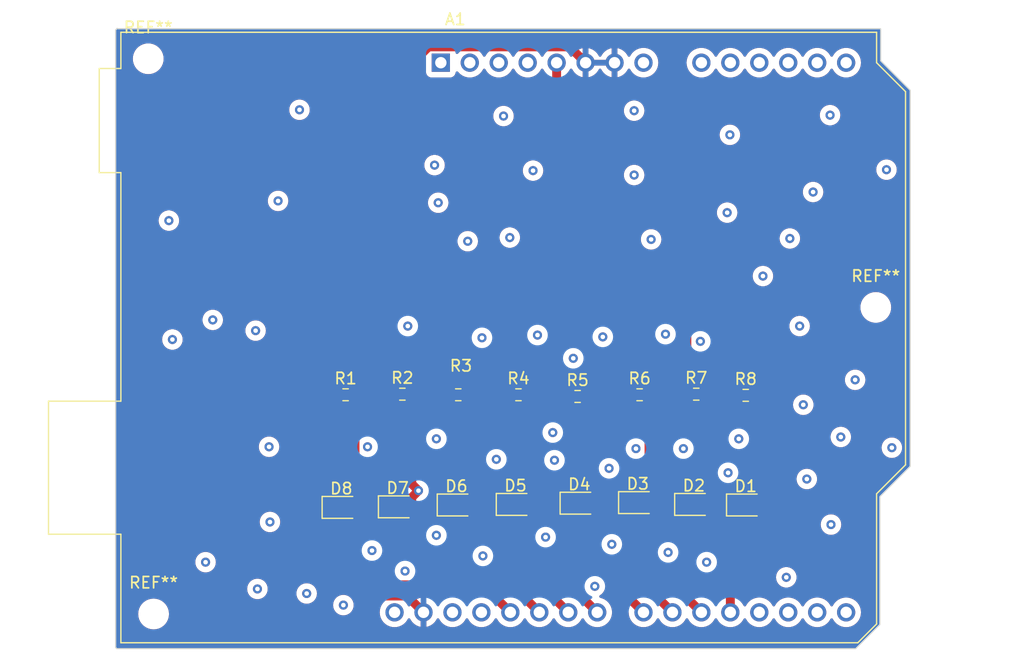
<source format=kicad_pcb>
(kicad_pcb (version 20221018) (generator pcbnew)
  (layers (0 "F.Cu" signal) (31 "B.Cu" signal) (34 "B.Paste" user) (35 "F.Paste" user) (36 "B.SilkS" user "B.Silkscreen") (37 "F.SilkS" user "F.Silkscreen") (38 "B.Mask" user) (39 "F.Mask" user) (44 "Edge.Cuts" user))
  (net 0 "")
  (net 5 "Net-(A1-+5V)")
  (net 6 "GND")
  (net 18 "Net-(A1-D4)")
  (net 19 "Net-(A1-D5)")
  (net 20 "Net-(A1-D6)")
  (net 21 "Net-(A1-D7)")
  (net 22 "Net-(A1-D8)")
  (net 23 "Net-(A1-D9)")
  (net 24 "Net-(A1-D10)")
  (net 25 "Net-(A1-D11)")
  (net 29 "Net-(D1-A)")
  (net 30 "Net-(D2-A)")
  (net 31 "Net-(D3-A)")
  (net 32 "Net-(D4-A)")
  (net 33 "Net-(D5-A)")
  (net 34 "Net-(D6-A)")
  (net 35 "Net-(D7-A)")
  (net 36 "Net-(D8-A)")
  (footprint "MountingHole:MountingHole_2.2mm_M2_ISO7380" (layer "F.Cu") (at 122.12 100.99)
    (fp_text reference "REF**" (at 0 -2.75) (layer "F.SilkS"))
    (fp_text value "MountingHole_2.2mm_M2_ISO7380")
    (pad "" np_thru_hole circle (at 0 0) (size 2.2 2.2) (drill 2.2) (layers "*.Cu" "*.Mask"))
  )
  (footprint "LED_SMD:LED_0805_2012Metric" (layer "F.Cu") (at 138.59 91.63)
    (fp_text reference "D8" (at 0 -1.65) (layer "F.SilkS"))
    (fp_text value "LED")
    (fp_line (start -1.685 -0.96) (end -1.685 0.96) (stroke (width 0.12)) (layer "F.SilkS"))
    (fp_line (start -1.685 0.96) (end 1 0.96) (stroke (width 0.12)) (layer "F.SilkS"))
    (fp_line (start 1 -0.96) (end -1.685 -0.96) (stroke (width 0.12)) (layer "F.SilkS"))
    (pad "1" smd roundrect (at -0.9375 0) (size 0.975 1.4) (layers "F.Cu" "F.Paste" "F.Mask") (net 25 "Net-(A1-D11)"))
    (pad "2" smd roundrect (at 0.9375 0) (size 0.975 1.4) (layers "F.Cu" "F.Paste" "F.Mask") (net 36 "Net-(D8-A)"))
  )
  (footprint "LED_SMD:LED_0805_2012Metric" (layer "F.Cu") (at 143.53 91.58)
    (fp_text reference "D7" (at 0 -1.65) (layer "F.SilkS"))
    (fp_text value "LED")
    (fp_line (start -1.685 -0.96) (end -1.685 0.96) (stroke (width 0.12)) (layer "F.SilkS"))
    (fp_line (start -1.685 0.96) (end 1 0.96) (stroke (width 0.12)) (layer "F.SilkS"))
    (fp_line (start 1 -0.96) (end -1.685 -0.96) (stroke (width 0.12)) (layer "F.SilkS"))
    (pad "1" smd roundrect (at -0.9375 0) (size 0.975 1.4) (layers "F.Cu" "F.Paste" "F.Mask") (net 24 "Net-(A1-D10)"))
    (pad "2" smd roundrect (at 0.9375 0) (size 0.975 1.4) (layers "F.Cu" "F.Paste" "F.Mask") (net 35 "Net-(D7-A)"))
  )
  (footprint "Resistor_SMD:R_0603_1608Metric" (layer "F.Cu") (at 164.76 81.74)
    (fp_text reference "R6" (at 0 -1.43) (layer "F.SilkS"))
    (fp_text value "R_Small_US")
    (fp_line (start -0.237258 -0.5225) (end 0.237258 -0.5225) (stroke (width 0.12)) (layer "F.SilkS"))
    (fp_line (start -0.237258 0.5225) (end 0.237258 0.5225) (stroke (width 0.12)) (layer "F.SilkS"))
    (pad "1" smd roundrect (at -0.825 0) (size 0.8 0.95) (layers "F.Cu" "F.Paste" "F.Mask") (net 5 "Net-(A1-+5V)"))
    (pad "2" smd roundrect (at 0.825 0) (size 0.8 0.95) (layers "F.Cu" "F.Paste" "F.Mask") (net 31 "Net-(D3-A)"))
  )
  (footprint "Resistor_SMD:R_0603_1608Metric" (layer "F.Cu") (at 169.73 81.69)
    (fp_text reference "R7" (at 0 -1.43) (layer "F.SilkS"))
    (fp_text value "R_Small_US")
    (fp_line (start -0.237258 -0.5225) (end 0.237258 -0.5225) (stroke (width 0.12)) (layer "F.SilkS"))
    (fp_line (start -0.237258 0.5225) (end 0.237258 0.5225) (stroke (width 0.12)) (layer "F.SilkS"))
    (pad "1" smd roundrect (at -0.825 0) (size 0.8 0.95) (layers "F.Cu" "F.Paste" "F.Mask") (net 5 "Net-(A1-+5V)"))
    (pad "2" smd roundrect (at 0.825 0) (size 0.8 0.95) (layers "F.Cu" "F.Paste" "F.Mask") (net 30 "Net-(D2-A)"))
  )
  (footprint "MountingHole:MountingHole_2.2mm_M2_ISO7380" (layer "F.Cu") (at 121.65 52.24)
    (fp_text reference "REF**" (at 0 -2.75) (layer "F.SilkS"))
    (fp_text value "MountingHole_2.2mm_M2_ISO7380")
    (pad "" np_thru_hole circle (at 0 0) (size 2.2 2.2) (drill 2.2) (layers "*.Cu" "*.Mask"))
  )
  (footprint "LED_SMD:LED_0805_2012Metric" (layer "F.Cu") (at 153.87 91.37)
    (fp_text reference "D5" (at 0 -1.65) (layer "F.SilkS"))
    (fp_text value "LED")
    (fp_line (start -1.685 -0.96) (end -1.685 0.96) (stroke (width 0.12)) (layer "F.SilkS"))
    (fp_line (start -1.685 0.96) (end 1 0.96) (stroke (width 0.12)) (layer "F.SilkS"))
    (fp_line (start 1 -0.96) (end -1.685 -0.96) (stroke (width 0.12)) (layer "F.SilkS"))
    (pad "1" smd roundrect (at -0.9375 0) (size 0.975 1.4) (layers "F.Cu" "F.Paste" "F.Mask") (net 22 "Net-(A1-D8)"))
    (pad "2" smd roundrect (at 0.9375 0) (size 0.975 1.4) (layers "F.Cu" "F.Paste" "F.Mask") (net 33 "Net-(D5-A)"))
  )
  (footprint "Resistor_SMD:R_0603_1608Metric" (layer "F.Cu") (at 154.13 81.74)
    (fp_text reference "R4" (at 0 -1.43) (layer "F.SilkS"))
    (fp_text value "R_Small_US")
    (fp_line (start -0.237258 -0.5225) (end 0.237258 -0.5225) (stroke (width 0.12)) (layer "F.SilkS"))
    (fp_line (start -0.237258 0.5225) (end 0.237258 0.5225) (stroke (width 0.12)) (layer "F.SilkS"))
    (pad "1" smd roundrect (at -0.825 0) (size 0.8 0.95) (layers "F.Cu" "F.Paste" "F.Mask") (net 5 "Net-(A1-+5V)"))
    (pad "2" smd roundrect (at 0.825 0) (size 0.8 0.95) (layers "F.Cu" "F.Paste" "F.Mask") (net 33 "Net-(D5-A)"))
  )
  (footprint "MountingHole:MountingHole_2.2mm_M2_ISO7380" (layer "F.Cu") (at 185.48 74.07)
    (fp_text reference "REF**" (at 0 -2.75) (layer "F.SilkS"))
    (fp_text value "MountingHole_2.2mm_M2_ISO7380")
    (pad "" np_thru_hole circle (at 0 0) (size 2.2 2.2) (drill 2.2) (layers "*.Cu" "*.Mask"))
  )
  (footprint "Resistor_SMD:R_0603_1608Metric" (layer "F.Cu") (at 159.32 81.89)
    (fp_text reference "R5" (at 0 -1.43) (layer "F.SilkS"))
    (fp_text value "R_Small_US")
    (fp_line (start -0.237258 -0.5225) (end 0.237258 -0.5225) (stroke (width 0.12)) (layer "F.SilkS"))
    (fp_line (start -0.237258 0.5225) (end 0.237258 0.5225) (stroke (width 0.12)) (layer "F.SilkS"))
    (pad "1" smd roundrect (at -0.825 0) (size 0.8 0.95) (layers "F.Cu" "F.Paste" "F.Mask") (net 5 "Net-(A1-+5V)"))
    (pad "2" smd roundrect (at 0.825 0) (size 0.8 0.95) (layers "F.Cu" "F.Paste" "F.Mask") (net 32 "Net-(D4-A)"))
  )
  (footprint "Resistor_SMD:R_0603_1608Metric" (layer "F.Cu") (at 143.945 81.69)
    (fp_text reference "R2" (at 0 -1.43) (layer "F.SilkS"))
    (fp_text value "R_Small_US")
    (fp_line (start -0.237258 -0.5225) (end 0.237258 -0.5225) (stroke (width 0.12)) (layer "F.SilkS"))
    (fp_line (start -0.237258 0.5225) (end 0.237258 0.5225) (stroke (width 0.12)) (layer "F.SilkS"))
    (pad "1" smd roundrect (at -0.825 0) (size 0.8 0.95) (layers "F.Cu" "F.Paste" "F.Mask") (net 5 "Net-(A1-+5V)"))
    (pad "2" smd roundrect (at 0.825 0) (size 0.8 0.95) (layers "F.Cu" "F.Paste" "F.Mask") (net 35 "Net-(D7-A)"))
  )
  (footprint "Resistor_SMD:R_0603_1608Metric" (layer "F.Cu") (at 148.85 81.74)
    (fp_text reference "R3" (at 0.237258 -2.54) (layer "F.SilkS"))
    (fp_text value "R_Small_US")
    (fp_line (start -0.237258 -0.5225) (end 0.237258 -0.5225) (stroke (width 0.12)) (layer "F.SilkS"))
    (fp_line (start -0.237258 0.5225) (end 0.237258 0.5225) (stroke (width 0.12)) (layer "F.SilkS"))
    (pad "1" smd roundrect (at -0.825 0) (size 0.8 0.95) (layers "F.Cu" "F.Paste" "F.Mask") (net 5 "Net-(A1-+5V)"))
    (pad "2" smd roundrect (at 0.825 0) (size 0.8 0.95) (layers "F.Cu" "F.Paste" "F.Mask") (net 34 "Net-(D6-A)"))
  )
  (footprint "LED_SMD:LED_0805_2012Metric" (layer "F.Cu") (at 169.52 91.37)
    (fp_text reference "D2" (at 0 -1.65) (layer "F.SilkS"))
    (fp_text value "LED")
    (fp_line (start -1.685 -0.96) (end -1.685 0.96) (stroke (width 0.12)) (layer "F.SilkS"))
    (fp_line (start -1.685 0.96) (end 1 0.96) (stroke (width 0.12)) (layer "F.SilkS"))
    (fp_line (start 1 -0.96) (end -1.685 -0.96) (stroke (width 0.12)) (layer "F.SilkS"))
    (pad "1" smd roundrect (at -0.9375 0) (size 0.975 1.4) (layers "F.Cu" "F.Paste" "F.Mask") (net 19 "Net-(A1-D5)"))
    (pad "2" smd roundrect (at 0.9375 0) (size 0.975 1.4) (layers "F.Cu" "F.Paste" "F.Mask") (net 30 "Net-(D2-A)"))
  )
  (footprint "Resistor_SMD:R_0603_1608Metric" (layer "F.Cu") (at 138.965 81.74)
    (fp_text reference "R1" (at 0 -1.43) (layer "F.SilkS"))
    (fp_text value "R_Small_US")
    (fp_line (start -0.237258 -0.5225) (end 0.237258 -0.5225) (stroke (width 0.12)) (layer "F.SilkS"))
    (fp_line (start -0.237258 0.5225) (end 0.237258 0.5225) (stroke (width 0.12)) (layer "F.SilkS"))
    (pad "1" smd roundrect (at -0.825 0) (size 0.8 0.95) (layers "F.Cu" "F.Paste" "F.Mask") (net 5 "Net-(A1-+5V)"))
    (pad "2" smd roundrect (at 0.825 0) (size 0.8 0.95) (layers "F.Cu" "F.Paste" "F.Mask") (net 36 "Net-(D8-A)"))
  )
  (footprint "Resistor_SMD:R_0603_1608Metric" (layer "F.Cu") (at 174.07 81.79)
    (fp_text reference "R8" (at 0 -1.43) (layer "F.SilkS"))
    (fp_text value "R_Small_US")
    (fp_line (start -0.237258 -0.5225) (end 0.237258 -0.5225) (stroke (width 0.12)) (layer "F.SilkS"))
    (fp_line (start -0.237258 0.5225) (end 0.237258 0.5225) (stroke (width 0.12)) (layer "F.SilkS"))
    (pad "1" smd roundrect (at -0.825 0) (size 0.8 0.95) (layers "F.Cu" "F.Paste" "F.Mask") (net 5 "Net-(A1-+5V)"))
    (pad "2" smd roundrect (at 0.825 0) (size 0.8 0.95) (layers "F.Cu" "F.Paste" "F.Mask") (net 29 "Net-(D1-A)"))
  )
  (footprint "Module:Arduino_UNO_R2" (layer "F.Cu") (at 147.32 52.585)
    (fp_text reference "A1" (at 1.27 -3.81 180) (layer "F.SilkS"))
    (fp_text value "Arduino_UNO_R2")
    (fp_line (start -34.42 29.72) (end -34.42 41.4) (stroke (width 0.12)) (layer "F.SilkS"))
    (fp_line (start -34.42 41.4) (end -28.07 41.4) (stroke (width 0.12)) (layer "F.SilkS"))
    (fp_line (start -29.97 0.51) (end -29.97 9.65) (stroke (width 0.12)) (layer "F.SilkS"))
    (fp_line (start -29.97 9.65) (end -28.07 9.65) (stroke (width 0.12)) (layer "F.SilkS"))
    (fp_line (start -28.07 -2.67) (end -28.07 0.51) (stroke (width 0.12)) (layer "F.SilkS"))
    (fp_line (start -28.07 0.51) (end -29.97 0.51) (stroke (width 0.12)) (layer "F.SilkS"))
    (fp_line (start -28.07 9.65) (end -28.07 29.72) (stroke (width 0.12)) (layer "F.SilkS"))
    (fp_line (start -28.07 29.72) (end -34.42 29.72) (stroke (width 0.12)) (layer "F.SilkS"))
    (fp_line (start -28.07 41.4) (end -28.07 50.93) (stroke (width 0.12)) (layer "F.SilkS"))
    (fp_line (start -28.07 50.93) (end 36.58 50.93) (stroke (width 0.12)) (layer "F.SilkS"))
    (fp_line (start 36.58 50.93) (end 38.23 49.28) (stroke (width 0.12)) (layer "F.SilkS"))
    (fp_line (start 38.23 -2.67) (end -28.07 -2.67) (stroke (width 0.12)) (layer "F.SilkS"))
    (fp_line (start 38.23 0) (end 38.23 -2.67) (stroke (width 0.12)) (layer "F.SilkS"))
    (fp_line (start 38.23 37.85) (end 40.77 35.31) (stroke (width 0.12)) (layer "F.SilkS"))
    (fp_line (start 38.23 49.28) (end 38.23 37.85) (stroke (width 0.12)) (layer "F.SilkS"))
    (fp_line (start 40.77 2.54) (end 38.23 0) (stroke (width 0.12)) (layer "F.SilkS"))
    (fp_line (start 40.77 35.31) (end 40.77 2.54) (stroke (width 0.12)) (layer "F.SilkS"))
    (pad "1" thru_hole rect (at 0 0 90) (size 1.6 1.6) (drill 1) (layers "*.Cu" "*.Mask"))
    (pad "2" thru_hole oval (at 2.54 0 90) (size 1.6 1.6) (drill 1) (layers "*.Cu" "*.Mask"))
    (pad "3" thru_hole oval (at 5.08 0 90) (size 1.6 1.6) (drill 1) (layers "*.Cu" "*.Mask"))
    (pad "4" thru_hole oval (at 7.62 0 90) (size 1.6 1.6) (drill 1) (layers "*.Cu" "*.Mask"))
    (pad "5" thru_hole oval (at 10.16 0 90) (size 1.6 1.6) (drill 1) (layers "*.Cu" "*.Mask") (net 5 "Net-(A1-+5V)"))
    (pad "6" thru_hole oval (at 12.7 0 90) (size 1.6 1.6) (drill 1) (layers "*.Cu" "*.Mask") (net 6 "GND"))
    (pad "7" thru_hole oval (at 15.24 0 90) (size 1.6 1.6) (drill 1) (layers "*.Cu" "*.Mask") (net 6 "GND"))
    (pad "8" thru_hole oval (at 17.78 0 90) (size 1.6 1.6) (drill 1) (layers "*.Cu" "*.Mask"))
    (pad "9" thru_hole oval (at 22.86 0 90) (size 1.6 1.6) (drill 1) (layers "*.Cu" "*.Mask"))
    (pad "10" thru_hole oval (at 25.4 0 90) (size 1.6 1.6) (drill 1) (layers "*.Cu" "*.Mask"))
    (pad "11" thru_hole oval (at 27.94 0 90) (size 1.6 1.6) (drill 1) (layers "*.Cu" "*.Mask"))
    (pad "12" thru_hole oval (at 30.48 0 90) (size 1.6 1.6) (drill 1) (layers "*.Cu" "*.Mask"))
    (pad "13" thru_hole oval (at 33.02 0 90) (size 1.6 1.6) (drill 1) (layers "*.Cu" "*.Mask"))
    (pad "14" thru_hole oval (at 35.56 0 90) (size 1.6 1.6) (drill 1) (layers "*.Cu" "*.Mask"))
    (pad "15" thru_hole oval (at 35.56 48.26 90) (size 1.6 1.6) (drill 1) (layers "*.Cu" "*.Mask"))
    (pad "16" thru_hole oval (at 33.02 48.26 90) (size 1.6 1.6) (drill 1) (layers "*.Cu" "*.Mask"))
    (pad "17" thru_hole oval (at 30.48 48.26 90) (size 1.6 1.6) (drill 1) (layers "*.Cu" "*.Mask"))
    (pad "18" thru_hole oval (at 27.94 48.26 90) (size 1.6 1.6) (drill 1) (layers "*.Cu" "*.Mask"))
    (pad "19" thru_hole oval (at 25.4 48.26 90) (size 1.6 1.6) (drill 1) (layers "*.Cu" "*.Mask") (net 18 "Net-(A1-D4)"))
    (pad "20" thru_hole oval (at 22.86 48.26 90) (size 1.6 1.6) (drill 1) (layers "*.Cu" "*.Mask") (net 19 "Net-(A1-D5)"))
    (pad "21" thru_hole oval (at 20.32 48.26 90) (size 1.6 1.6) (drill 1) (layers "*.Cu" "*.Mask") (net 20 "Net-(A1-D6)"))
    (pad "22" thru_hole oval (at 17.78 48.26 90) (size 1.6 1.6) (drill 1) (layers "*.Cu" "*.Mask") (net 21 "Net-(A1-D7)"))
    (pad "23" thru_hole oval (at 13.72 48.26 90) (size 1.6 1.6) (drill 1) (layers "*.Cu" "*.Mask") (net 22 "Net-(A1-D8)"))
    (pad "24" thru_hole oval (at 11.18 48.26 90) (size 1.6 1.6) (drill 1) (layers "*.Cu" "*.Mask") (net 23 "Net-(A1-D9)"))
    (pad "25" thru_hole oval (at 8.64 48.26 90) (size 1.6 1.6) (drill 1) (layers "*.Cu" "*.Mask") (net 24 "Net-(A1-D10)"))
    (pad "26" thru_hole oval (at 6.1 48.26 90) (size 1.6 1.6) (drill 1) (layers "*.Cu" "*.Mask") (net 25 "Net-(A1-D11)"))
    (pad "27" thru_hole oval (at 3.56 48.26 90) (size 1.6 1.6) (drill 1) (layers "*.Cu" "*.Mask"))
    (pad "28" thru_hole oval (at 1.02 48.26 90) (size 1.6 1.6) (drill 1) (layers "*.Cu" "*.Mask"))
    (pad "29" thru_hole oval (at -1.52 48.26 90) (size 1.6 1.6) (drill 1) (layers "*.Cu" "*.Mask") (net 6 "GND"))
    (pad "30" thru_hole oval (at -4.06 48.26 90) (size 1.6 1.6) (drill 1) (layers "*.Cu" "*.Mask"))
  )
  (footprint "LED_SMD:LED_0805_2012Metric" (layer "F.Cu") (at 148.69 91.42)
    (fp_text reference "D6" (at 0 -1.65) (layer "F.SilkS"))
    (fp_text value "LED")
    (fp_line (start -1.685 -0.96) (end -1.685 0.96) (stroke (width 0.12)) (layer "F.SilkS"))
    (fp_line (start -1.685 0.96) (end 1 0.96) (stroke (width 0.12)) (layer "F.SilkS"))
    (fp_line (start 1 -0.96) (end -1.685 -0.96) (stroke (width 0.12)) (layer "F.SilkS"))
    (pad "1" smd roundrect (at -0.9375 0) (size 0.975 1.4) (layers "F.Cu" "F.Paste" "F.Mask") (net 23 "Net-(A1-D9)"))
    (pad "2" smd roundrect (at 0.9375 0) (size 0.975 1.4) (layers "F.Cu" "F.Paste" "F.Mask") (net 34 "Net-(D6-A)"))
  )
  (footprint "LED_SMD:LED_0805_2012Metric" (layer "F.Cu") (at 164.6 91.21)
    (fp_text reference "D3" (at 0 -1.65) (layer "F.SilkS"))
    (fp_text value "LED")
    (fp_line (start -1.685 -0.96) (end -1.685 0.96) (stroke (width 0.12)) (layer "F.SilkS"))
    (fp_line (start -1.685 0.96) (end 1 0.96) (stroke (width 0.12)) (layer "F.SilkS"))
    (fp_line (start 1 -0.96) (end -1.685 -0.96) (stroke (width 0.12)) (layer "F.SilkS"))
    (pad "1" smd roundrect (at -0.9375 0) (size 0.975 1.4) (layers "F.Cu" "F.Paste" "F.Mask") (net 20 "Net-(A1-D6)"))
    (pad "2" smd roundrect (at 0.9375 0) (size 0.975 1.4) (layers "F.Cu" "F.Paste" "F.Mask") (net 31 "Net-(D3-A)"))
  )
  (footprint "LED_SMD:LED_0805_2012Metric" (layer "F.Cu") (at 159.47 91.26)
    (fp_text reference "D4" (at 0 -1.65) (layer "F.SilkS"))
    (fp_text value "LED")
    (fp_line (start -1.685 -0.96) (end -1.685 0.96) (stroke (width 0.12)) (layer "F.SilkS"))
    (fp_line (start -1.685 0.96) (end 1 0.96) (stroke (width 0.12)) (layer "F.SilkS"))
    (fp_line (start 1 -0.96) (end -1.685 -0.96) (stroke (width 0.12)) (layer "F.SilkS"))
    (pad "1" smd roundrect (at -0.9375 0) (size 0.975 1.4) (layers "F.Cu" "F.Paste" "F.Mask") (net 21 "Net-(A1-D7)"))
    (pad "2" smd roundrect (at 0.9375 0) (size 0.975 1.4) (layers "F.Cu" "F.Paste" "F.Mask") (net 32 "Net-(D4-A)"))
  )
  (footprint "LED_SMD:LED_0805_2012Metric" (layer "F.Cu") (at 174.07 91.42)
    (fp_text reference "D1" (at 0 -1.65) (layer "F.SilkS"))
    (fp_text value "LED")
    (fp_line (start -1.685 -0.96) (end -1.685 0.96) (stroke (width 0.12)) (layer "F.SilkS"))
    (fp_line (start -1.685 0.96) (end 1 0.96) (stroke (width 0.12)) (layer "F.SilkS"))
    (fp_line (start 1 -0.96) (end -1.685 -0.96) (stroke (width 0.12)) (layer "F.SilkS"))
    (pad "1" smd roundrect (at -0.9375 0) (size 0.975 1.4) (layers "F.Cu" "F.Paste" "F.Mask") (net 18 "Net-(A1-D4)"))
    (pad "2" smd roundrect (at 0.9375 0) (size 0.975 1.4) (layers "F.Cu" "F.Paste" "F.Mask") (net 29 "Net-(D1-A)"))
  )
  (gr_poly (pts (xy 118.89 49.6) (xy 185.88 49.6) (xy 185.91 49.63) (xy 185.91 52.42) (xy 188.5 55.01) (xy 188.5 88.02) (xy 185.84 90.68) (xy 185.84 101.91) (xy 183.72 104.03) (xy 118.89 104.03) (xy 118.79 103.93) (xy 118.79 49.71) (xy 118.93 49.57) (xy 118.92 49.57)) (stroke (width 0.1)) (fill none) (layer "Edge.Cuts"))
  (gr_text "ADUINO UNO SHIELD" (at 120.3 80.52) (layer "F.Cu") (effects (font (size 1 1) (thickness 0.1)) (justify left bottom)))
  (via (at 157.14 85.06) (size 0.8) (drill 0.4) (layers "F.Cu" "B.Cu") (net 0))
  (via (at 135.55 99.19) (size 0.8) (drill 0.4) (layers "F.Cu" "B.Cu") (net 0))
  (via (at 177.94 68.02) (size 0.8) (drill 0.4) (layers "F.Cu" "B.Cu") (net 0))
  (via (at 123.46 66.45) (size 0.8) (drill 0.4) (layers "F.Cu" "B.Cu") (net 0))
  (via (at 156.51 94.24) (size 0.8) (drill 0.4) (layers "F.Cu" "B.Cu") (net 0))
  (via (at 146.77 61.58) (size 0.8) (drill 0.4) (layers "F.Cu" "B.Cu") (net 0))
  (via (at 186.42 61.98) (size 0.8) (drill 0.4) (layers "F.Cu" "B.Cu") (net 0))
  (via (at 140.89 86.31) (size 0.8) (drill 0.4) (layers "F.Cu" "B.Cu") (net 0))
  (via (at 132.33 92.91) (size 0.8) (drill 0.4) (layers "F.Cu" "B.Cu") (net 0))
  (via (at 173.46 85.61) (size 0.8) (drill 0.4) (layers "F.Cu" "B.Cu") (net 0))
  (via (at 152.19 87.41) (size 0.8) (drill 0.4) (layers "F.Cu" "B.Cu") (net 0))
  (via (at 144.42 75.71) (size 0.8) (drill 0.4) (layers "F.Cu" "B.Cu") (net 0))
  (via (at 183.67 80.43) (size 0.8) (drill 0.4) (layers "F.Cu" "B.Cu") (net 0))
  (via (at 181.55 93.14) (size 0.8) (drill 0.4) (layers "F.Cu" "B.Cu") (net 0))
  (via (at 170.09 77.05) (size 0.8) (drill 0.4) (layers "F.Cu" "B.Cu") (net 0))
  (via (at 155.41 62.06) (size 0.8) (drill 0.4) (layers "F.Cu" "B.Cu") (net 0))
  (via (at 131.23 98.79) (size 0.8) (drill 0.4) (layers "F.Cu" "B.Cu") (net 0))
  (via (at 172.44 65.75) (size 0.8) (drill 0.4) (layers "F.Cu" "B.Cu") (net 0))
  (via (at 151.01 95.89) (size 0.8) (drill 0.4) (layers "F.Cu" "B.Cu") (net 0))
  (via (at 172.52 88.59) (size 0.8) (drill 0.4) (layers "F.Cu" "B.Cu") (net 0))
  (via (at 144.18 97.22) (size 0.8) (drill 0.4) (layers "F.Cu" "B.Cu") (net 0))
  (via (at 175.58 71.32) (size 0.8) (drill 0.4) (layers "F.Cu" "B.Cu") (net 0))
  (via (at 161.53 76.66) (size 0.8) (drill 0.4) (layers "F.Cu" "B.Cu") (net 0))
  (via (at 157.29 87.49) (size 0.8) (drill 0.4) (layers "F.Cu" "B.Cu") (net 0))
  (via (at 186.89 86.39) (size 0.8) (drill 0.4) (layers "F.Cu" "B.Cu") (net 0))
  (via (at 181.47 57.19) (size 0.8) (drill 0.4) (layers "F.Cu" "B.Cu") (net 0))
  (via (at 138.77 100.21) (size 0.8) (drill 0.4) (layers "F.Cu" "B.Cu") (net 0))
  (via (at 164.28 62.45) (size 0.8) (drill 0.4) (layers "F.Cu" "B.Cu") (net 0))
  (via (at 134.92 56.72) (size 0.8) (drill 0.4) (layers "F.Cu" "B.Cu") (net 0))
  (via (at 165.77 68.1) (size 0.8) (drill 0.4) (layers "F.Cu" "B.Cu") (net 0))
  (via (at 141.28 95.42) (size 0.8) (drill 0.4) (layers "F.Cu" "B.Cu") (net 0))
  (via (at 146.93 94.08) (size 0.8) (drill 0.4) (layers "F.Cu" "B.Cu") (net 0))
  (via (at 162.08 88.2) (size 0.8) (drill 0.4) (layers "F.Cu" "B.Cu") (net 0))
  (via (at 146.93 85.61) (size 0.8) (drill 0.4) (layers "F.Cu" "B.Cu") (net 0))
  (via (at 164.28 56.8) (size 0.8) (drill 0.4) (layers "F.Cu" "B.Cu") (net 0))
  (via (at 179.98 63.94) (size 0.8) (drill 0.4) (layers "F.Cu" "B.Cu") (net 0))
  (via (at 172.68 58.92) (size 0.8) (drill 0.4) (layers "F.Cu" "B.Cu") (net 0))
  (via (at 167.03 76.42) (size 0.8) (drill 0.4) (layers "F.Cu" "B.Cu") (net 0))
  (via (at 152.82 57.27) (size 0.8) (drill 0.4) (layers "F.Cu" "B.Cu") (net 0))
  (via (at 133.04 64.72) (size 0.8) (drill 0.4) (layers "F.Cu" "B.Cu") (net 0))
  (via (at 162.32 94.87) (size 0.8) (drill 0.4) (layers "F.Cu" "B.Cu") (net 0))
  (via (at 168.6 86.47) (size 0.8) (drill 0.4) (layers "F.Cu" "B.Cu") (net 0))
  (via (at 182.41 85.45) (size 0.8) (drill 0.4) (layers "F.Cu" "B.Cu") (net 0))
  (via (at 179.12 82.62) (size 0.8) (drill 0.4) (layers "F.Cu" "B.Cu") (net 0))
  (via (at 132.25 86.31) (size 0.8) (drill 0.4) (layers "F.Cu" "B.Cu") (net 0))
  (via (at 158.94 78.54) (size 0.8) (drill 0.4) (layers "F.Cu" "B.Cu") (net 0))
  (via (at 147.09 64.88) (size 0.8) (drill 0.4) (layers "F.Cu" "B.Cu") (net 0))
  (via (at 127.31 75.17) (size 0.8) (drill 0.4) (layers "F.Cu" "B.Cu") (net 0))
  (via (at 153.37 67.94) (size 0.8) (drill 0.4) (layers "F.Cu" "B.Cu") (net 0))
  (via (at 179.43 89.14) (size 0.8) (drill 0.4) (layers "F.Cu" "B.Cu") (net 0))
  (via (at 123.77 76.89) (size 0.8) (drill 0.4) (layers "F.Cu" "B.Cu") (net 0))
  (via (at 164.44 86.47) (size 0.8) (drill 0.4) (layers "F.Cu" "B.Cu") (net 0))
  (via (at 149.68 68.26) (size 0.8) (drill 0.4) (layers "F.Cu" "B.Cu") (net 0))
  (via (at 160.83 98.56) (size 0.8) (drill 0.4) (layers "F.Cu" "B.Cu") (net 0))
  (via (at 131.07 76.11) (size 0.8) (drill 0.4) (layers "F.Cu" "B.Cu") (net 0))
  (via (at 170.64 96.44) (size 0.8) (drill 0.4) (layers "F.Cu" "B.Cu") (net 0))
  (via (at 150.93 76.74) (size 0.8) (drill 0.4) (layers "F.Cu" "B.Cu") (net 0))
  (via (at 167.26 95.58) (size 0.8) (drill 0.4) (layers "F.Cu" "B.Cu") (net 0))
  (via (at 177.63 97.77) (size 0.8) (drill 0.4) (layers "F.Cu" "B.Cu") (net 0))
  (via (at 178.8 75.71) (size 0.8) (drill 0.4) (layers "F.Cu" "B.Cu") (net 0))
  (via (at 155.8 76.5) (size 0.8) (drill 0.4) (layers "F.Cu" "B.Cu") (net 0))
  (via (at 126.68 96.44) (size 0.8) (drill 0.4) (layers "F.Cu" "B.Cu") (net 0))
  (segment (start 168.905 74.845) (end 168.905 81.69) (width 0.78) (layer "F.Cu") (net 5))
  (segment (start 163.935 74.415) (end 163.935 81.74) (width 0.78) (layer "F.Cu") (net 5))
  (segment (start 143.12 74.5) (end 143.24 74.38) (width 0.78) (layer "F.Cu") (net 5))
  (segment (start 163.97 74.38) (end 168.44 74.38) (width 0.78) (layer "F.Cu") (net 5))
  (segment (start 168.44 74.38) (end 173.39 74.38) (width 0.78) (layer "F.Cu") (net 5))
  (segment (start 157.48 52.585) (end 157.48 74.38) (width 0.78) (layer "F.Cu") (net 5))
  (segment (start 148.025 81.74) (end 148.025 74.625) (width 0.78) (layer "F.Cu") (net 5))
  (segment (start 148.27 74.38) (end 143.24 74.38) (width 0.78) (layer "F.Cu") (net 5))
  (segment (start 153.305 81.74) (end 153.305 74.555) (width 0.78) (layer "F.Cu") (net 5))
  (segment (start 173.245 74.525) (end 173.245 81.79) (width 0.78) (layer "F.Cu") (net 5))
  (segment (start 143.24 74.38) (end 138.14 74.38) (width 0.78) (layer "F.Cu") (net 5))
  (segment (start 157.48 80.875) (end 158.495 81.89) (width 0.78) (layer "F.Cu") (net 5))
  (segment (start 168.44 74.38) (end 168.905 74.845) (width 0.78) (layer "F.Cu") (net 5))
  (segment (start 157.48 74.38) (end 153.13 74.38) (width 0.78) (layer "F.Cu") (net 5))
  (segment (start 138.14 74.38) (end 137.98 74.54) (width 0.78) (layer "F.Cu") (net 5))
  (segment (start 163.97 74.38) (end 163.935 74.415) (width 0.78) (layer "F.Cu") (net 5))
  (segment (start 173.39 74.38) (end 173.245 74.525) (width 0.78) (layer "F.Cu") (net 5))
  (segment (start 148.025 74.625) (end 148.27 74.38) (width 0.78) (layer "F.Cu") (net 5))
  (segment (start 143.12 81.69) (end 143.12 74.5) (width 0.78) (layer "F.Cu") (net 5))
  (segment (start 153.13 74.38) (end 148.27 74.38) (width 0.78) (layer "F.Cu") (net 5))
  (segment (start 137.98 74.54) (end 138.14 74.7) (width 0.78) (layer "F.Cu") (net 5))
  (segment (start 157.48 74.38) (end 163.97 74.38) (width 0.78) (layer "F.Cu") (net 5))
  (segment (start 153.305 74.555) (end 153.13 74.38) (width 0.78) (layer "F.Cu") (net 5))
  (segment (start 157.48 74.38) (end 157.48 80.875) (width 0.78) (layer "F.Cu") (net 5))
  (segment (start 138.14 74.7) (end 138.14 81.74) (width 0.78) (layer "F.Cu") (net 5))
  (segment (start 158.63 51.195) (end 146.245 51.195) (width 0.78) (layer "F.Cu") (net 6))
  (segment (start 146.245 51.195) (end 136.575 60.865) (width 0.78) (layer "F.Cu") (net 6))
  (segment (start 140.53407 99.41) (end 144.365 99.41) (width 0.78) (layer "F.Cu") (net 6))
  (segment (start 136.575 60.865) (end 136.575 95.45093) (width 0.78) (layer "F.Cu") (net 6))
  (segment (start 136.575 95.45093) (end 140.53407 99.41) (width 0.78) (layer "F.Cu") (net 6))
  (segment (start 144.365 99.41) (end 145.8 100.845) (width 0.78) (layer "F.Cu") (net 6))
  (segment (start 160.02 52.585) (end 158.63 51.195) (width 0.78) (layer "F.Cu") (net 6))
  (segment (start 172.72 91.8325) (end 173.1325 91.42) (width 0.78) (layer "F.Cu") (net 18))
  (segment (start 172.72 100.845) (end 172.72 91.8325) (width 0.78) (layer "F.Cu") (net 18))
  (segment (start 168.5825 99.2475) (end 168.5825 91.37) (width 0.78) (layer "F.Cu") (net 19))
  (segment (start 170.18 100.845) (end 168.5825 99.2475) (width 0.78) (layer "F.Cu") (net 19))
  (segment (start 163.6625 96.8675) (end 163.6625 91.21) (width 0.78) (layer "F.Cu") (net 20))
  (segment (start 167.64 100.845) (end 163.6625 96.8675) (width 0.78) (layer "F.Cu") (net 20))
  (segment (start 158.5325 94.2775) (end 158.5325 91.26) (width 0.78) (layer "F.Cu") (net 21))
  (segment (start 165.1 100.845) (end 158.5325 94.2775) (width 0.78) (layer "F.Cu") (net 21))
  (segment (start 161.04 100.845) (end 152.9325 92.7375) (width 0.78) (layer "F.Cu") (net 22))
  (segment (start 152.9325 92.7375) (end 152.9325 91.37) (width 0.78) (layer "F.Cu") (net 22))
  (segment (start 150.365 92.71) (end 149.031646 92.71) (width 0.78) (layer "F.Cu") (net 23))
  (segment (start 158.5 100.845) (end 150.365 92.71) (width 0.78) (layer "F.Cu") (net 23))
  (segment (start 149.031646 92.71) (end 147.7525 91.430854) (width 0.78) (layer "F.Cu") (net 23))
  (segment (start 147.7525 91.430854) (end 147.7525 91.42) (width 0.78) (layer "F.Cu") (net 23))
  (segment (start 142.5925 92.1225) (end 142.5925 91.58) (width 0.78) (layer "F.Cu") (net 24))
  (segment (start 155.96 100.845) (end 152.565 97.45) (width 0.78) (layer "F.Cu") (net 24))
  (segment (start 147.92 97.45) (end 142.5925 92.1225) (width 0.78) (layer "F.Cu") (net 24))
  (segment (start 152.565 97.45) (end 147.92 97.45) (width 0.78) (layer "F.Cu") (net 24))
  (segment (start 151.005 98.43) (end 140.94 98.43) (width 0.78) (layer "F.Cu") (net 25))
  (segment (start 153.42 100.845) (end 151.005 98.43) (width 0.78) (layer "F.Cu") (net 25))
  (segment (start 137.6525 95.1425) (end 137.6525 91.63) (width 0.78) (layer "F.Cu") (net 25))
  (segment (start 140.94 98.43) (end 137.6525 95.1425) (width 0.78) (layer "F.Cu") (net 25))
  (segment (start 174.895 81.79) (end 174.895 91.3075) (width 0.78) (layer "F.Cu") (net 29))
  (segment (start 174.895 91.3075) (end 175.0075 91.42) (width 0.78) (layer "F.Cu") (net 29))
  (segment (start 170.555 81.69) (end 170.555 91.2725) (width 0.78) (layer "F.Cu") (net 30))
  (segment (start 170.555 91.2725) (end 170.4575 91.37) (width 0.78) (layer "F.Cu") (net 30))
  (segment (start 165.585 91.1625) (end 165.5375 91.21) (width 0.78) (layer "F.Cu") (net 31))
  (segment (start 165.585 81.74) (end 165.585 91.1625) (width 0.78) (layer "F.Cu") (net 31))
  (segment (start 160.145 81.89) (end 160.145 90.9975) (width 0.78) (layer "F.Cu") (net 32))
  (segment (start 160.145 90.9975) (end 160.4075 91.26) (width 0.78) (layer "F.Cu") (net 32))
  (segment (start 154.955 81.74) (end 154.955 91.2225) (width 0.78) (layer "F.Cu") (net 33))
  (segment (start 154.955 91.2225) (end 154.8075 91.37) (width 0.78) (layer "F.Cu") (net 33))
  (segment (start 149.675 91.3725) (end 149.6275 91.42) (width 0.78) (layer "F.Cu") (net 34))
  (segment (start 149.675 81.74) (end 149.675 91.3725) (width 0.78) (layer "F.Cu") (net 34))
  (segment (start 144.77 90.75) (end 144.77 91.2775) (width 0.78) (layer "F.Cu") (net 35))
  (segment (start 144.77 81.69) (end 144.77 89.57) (width 0.78) (layer "F.Cu") (net 35))
  (segment (start 144.77 89.57) (end 145.36 90.16) (width 0.78) (layer "F.Cu") (net 35))
  (segment (start 144.77 91.2775) (end 144.4675 91.58) (width 0.78) (layer "F.Cu") (net 35))
  (segment (start 145.36 90.16) (end 144.77 90.75) (width 0.78) (layer "F.Cu") (net 35))
  (via (at 145.36 90.16) (size 0.8) (drill 0.4) (layers "F.Cu" "B.Cu") (net 35))
  (segment (start 139.79 91.3675) (end 139.5275 91.63) (width 0.78) (layer "F.Cu") (net 36))
  (segment (start 139.79 81.74) (end 139.79 91.3675) (width 0.78) (layer "F.Cu") (net 36))
  (zone (net 6) (net_name "GND") (layer "F.Cu") (connect_pads (clearance 0.5)) (min_thickness 0.25) (fill yes (thermal_gap 0.5) (thermal_bridge_width 0.5))
    (polygon (pts (xy 118.83 48.87) (xy 186.26 48.87) (xy 188.93 51.54) (xy 188.93 104.21) (xy 188.61 104.53) (xy 118.04 104.53) (xy 117.88 104.37) (xy 117.88 48.79) (xy 118.78 48.79) (xy 118.86 48.87) (xy 118.87 48.87) (xy 119.52 48.22) (xy 119.52 47.8) (xy 118.83 48.49)))
  )
  (zone (net 6) (net_name "GND") (layer "B.Cu") (priority 1) (connect_pads (clearance 0.5)) (min_thickness 0.25) (fill yes (thermal_gap 0.5) (thermal_bridge_width 0.5))
    (polygon (pts (xy 117.55 48.62) (xy 186.55 47.08) (xy 188.9 50.97) (xy 188.9 104.43) (xy 117.54 104.43) (xy 117.43 104.32) (xy 117.43 49.09) (xy 117.78 48.74) (xy 117.67 48.74)))
  )
)
</source>
